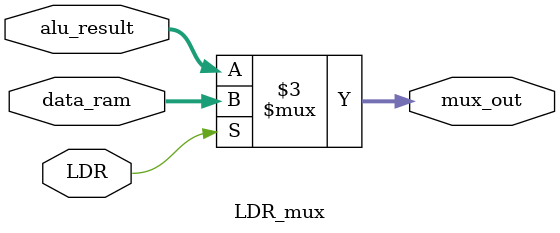
<source format=v>
module LDR_mux(LDR, mux_out,data_ram,alu_result);
input LDR;
input [31:0]data_ram, alu_result;
output reg [31:0] mux_out;

always @*
begin 
if (LDR)
mux_out=data_ram;
else 
mux_out=alu_result;
end
endmodule 

</source>
